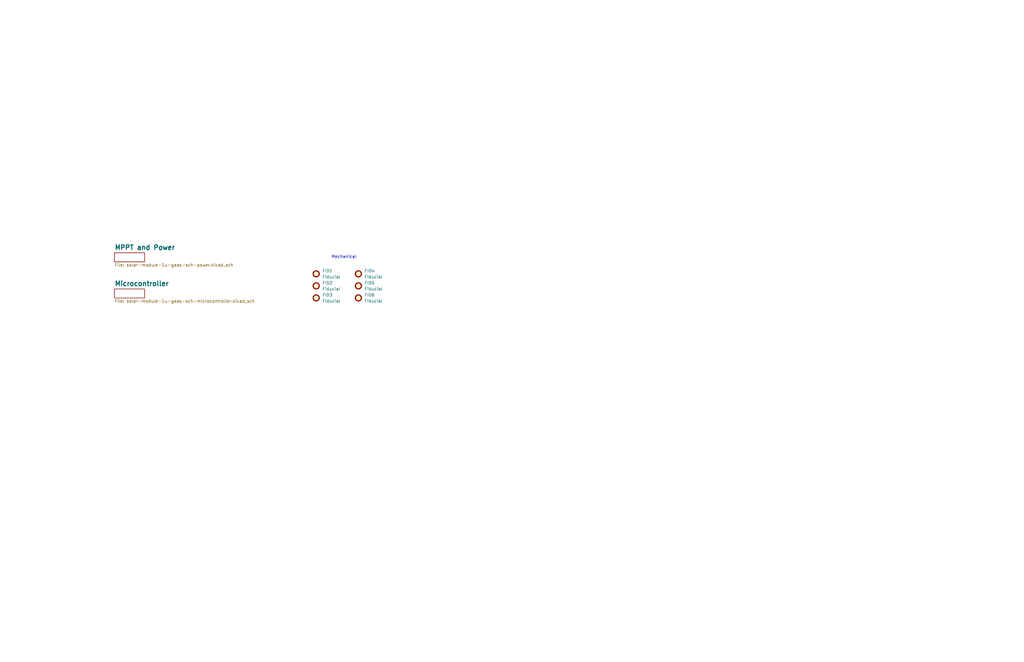
<source format=kicad_sch>
(kicad_sch (version 20250114) (generator "eeschema") (generator_version "9.0")
  (paper "USLedger")
  (title_block (title "OreSat Solar Module - GaAs Cells") (date "2025-09-16") (rev "6.0"))
  (lib_symbols
    (symbol "Mechanical:Fiducial" (in_bom no)
      (property "Reference" "FID" (at 0 5.08 0))
      (property "Value" "Fiducial" (at 0 3.175 0))
      (symbol "Fiducial_0_1"
        (circle (center 0 0) (radius 1.27) (stroke (width 0.508)) (fill (type background)))
      )
    )
  )
  (text "Mechanical" (at 139.7 109.22 0) (effects (font (size 1.27 1.27)) (justify left bottom)))
  (symbol (lib_id "Mechanical:Fiducial") (at 133.35 120.65 0) (unit 1) (in_bom no)
    (property "Reference" "FID2" (at 135.89 119.3799 0) (effects (justify left)))
    (property "Value" "Fiducial" (at 135.89 121.9199 0) (effects (justify left)))
    (property "Footprint" "Fiducial:Fiducial_1mm_Mask2mm" (effects (hide yes)))
    (property "Description" "Fiducial Marker" (effects (hide yes)))
  )
  (symbol (lib_id "Mechanical:Fiducial") (at 151.13 120.65 0) (unit 1) (in_bom no)
    (property "Reference" "FID5" (at 153.67 119.3799 0) (effects (justify left)))
    (property "Value" "Fiducial" (at 153.67 121.9199 0) (effects (justify left)))
    (property "Footprint" "Fiducial:Fiducial_1mm_Mask2mm" (effects (hide yes)))
    (property "Description" "Fiducial Marker" (effects (hide yes)))
  )
  (symbol (lib_id "Mechanical:Fiducial") (at 133.35 125.73 0) (unit 1) (in_bom no)
    (property "Reference" "FID3" (at 135.89 124.4599 0) (effects (justify left)))
    (property "Value" "Fiducial" (at 135.89 126.9999 0) (effects (justify left)))
    (property "Footprint" "Fiducial:Fiducial_1mm_Mask2mm" (effects (hide yes)))
    (property "Description" "Fiducial Marker" (effects (hide yes)))
  )
  (symbol (lib_id "Mechanical:Fiducial") (at 151.13 115.57 0) (unit 1) (in_bom no)
    (property "Reference" "FID4" (at 153.67 114.2999 0) (effects (justify left)))
    (property "Value" "Fiducial" (at 153.67 116.8399 0) (effects (justify left)))
    (property "Footprint" "Fiducial:Fiducial_1mm_Mask2mm" (effects (hide yes)))
    (property "Description" "Fiducial Marker" (effects (hide yes)))
  )
  (symbol (lib_id "Mechanical:Fiducial") (at 133.35 115.57 0) (unit 1) (in_bom no)
    (property "Reference" "FID1" (at 135.89 114.2999 0) (effects (justify left)))
    (property "Value" "Fiducial" (at 135.89 116.8399 0) (effects (justify left)))
    (property "Footprint" "Fiducial:Fiducial_1mm_Mask2mm" (effects (hide yes)))
    (property "Description" "Fiducial Marker" (effects (hide yes)))
  )
  (symbol (lib_id "Mechanical:Fiducial") (at 151.13 125.73 0) (unit 1) (in_bom no)
    (property "Reference" "FID6" (at 153.67 124.4599 0) (effects (justify left)))
    (property "Value" "Fiducial" (at 153.67 126.9999 0) (effects (justify left)))
    (property "Footprint" "Fiducial:Fiducial_1mm_Mask2mm" (effects (hide yes)))
    (property "Description" "Fiducial Marker" (effects (hide yes)))
  )
  (sheet (at 48.26 106.68) (size 12.7 3.81)
    (property "Sheetname" "MPPT and Power" (at 48.26 105.6034 0) (effects (font (size 2 2) (bold yes)) (justify left bottom)))
    (property "Sheetfile" "solar-module-1u-gaas-sch-power.kicad_sch" (at 48.26 111.0746 0) (effects (justify left top)))
  )
  (sheet (at 48.26 121.92) (size 12.7 3.81)
    (property "Sheetname" "Microcontroller" (at 48.26 120.8434 0) (effects (font (size 2 2) (bold yes)) (justify left bottom)))
    (property "Sheetfile" "solar-module-1u-gaas-sch-microcontroller.kicad_sch" (at 48.26 126.3146 0) (effects (justify left top)))
  )
)
</source>
